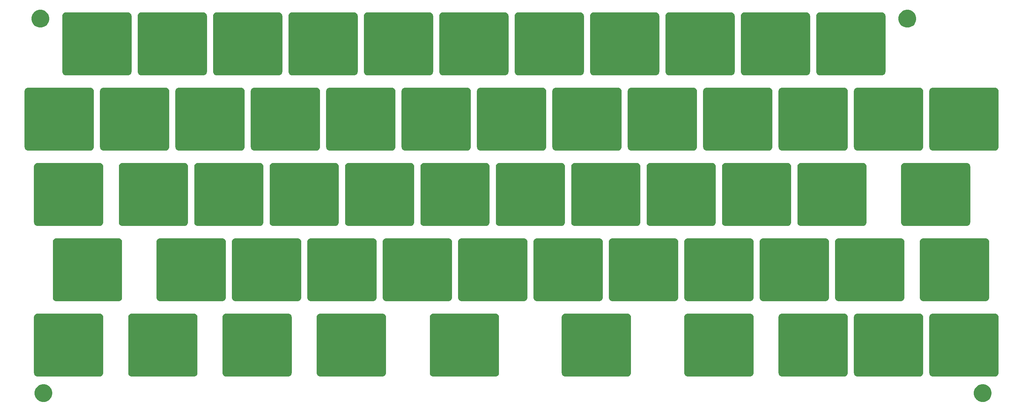
<source format=gbr>
G04 #@! TF.GenerationSoftware,KiCad,Pcbnew,(5.1.5-0-10_14)*
G04 #@! TF.CreationDate,2020-08-31T10:02:03-05:00*
G04 #@! TF.ProjectId,SithZhuyin40,53697468-5a68-4757-9969-6e34302e6b69,rev?*
G04 #@! TF.SameCoordinates,Original*
G04 #@! TF.FileFunction,Soldermask,Bot*
G04 #@! TF.FilePolarity,Negative*
%FSLAX46Y46*%
G04 Gerber Fmt 4.6, Leading zero omitted, Abs format (unit mm)*
G04 Created by KiCad (PCBNEW (5.1.5-0-10_14)) date 2020-08-31 10:02:03*
%MOMM*%
%LPD*%
G04 APERTURE LIST*
%ADD10C,0.100000*%
G04 APERTURE END LIST*
D10*
G36*
X275707130Y-140888776D02*
G01*
X276087843Y-140964504D01*
X276497499Y-141134189D01*
X276866179Y-141380534D01*
X277179716Y-141694071D01*
X277426061Y-142062751D01*
X277595746Y-142472407D01*
X277682250Y-142907296D01*
X277682250Y-143350704D01*
X277595746Y-143785593D01*
X277426061Y-144195249D01*
X277179716Y-144563929D01*
X276866179Y-144877466D01*
X276497499Y-145123811D01*
X276087843Y-145293496D01*
X275707130Y-145369224D01*
X275652955Y-145380000D01*
X275209545Y-145380000D01*
X275155370Y-145369224D01*
X274774657Y-145293496D01*
X274365001Y-145123811D01*
X273996321Y-144877466D01*
X273682784Y-144563929D01*
X273436439Y-144195249D01*
X273266754Y-143785593D01*
X273180250Y-143350704D01*
X273180250Y-142907296D01*
X273266754Y-142472407D01*
X273436439Y-142062751D01*
X273682784Y-141694071D01*
X273996321Y-141380534D01*
X274365001Y-141134189D01*
X274774657Y-140964504D01*
X275155370Y-140888776D01*
X275209545Y-140878000D01*
X275652955Y-140878000D01*
X275707130Y-140888776D01*
G37*
G36*
X38375880Y-140888776D02*
G01*
X38756593Y-140964504D01*
X39166249Y-141134189D01*
X39534929Y-141380534D01*
X39848466Y-141694071D01*
X40094811Y-142062751D01*
X40264496Y-142472407D01*
X40351000Y-142907296D01*
X40351000Y-143350704D01*
X40264496Y-143785593D01*
X40094811Y-144195249D01*
X39848466Y-144563929D01*
X39534929Y-144877466D01*
X39166249Y-145123811D01*
X38756593Y-145293496D01*
X38375880Y-145369224D01*
X38321705Y-145380000D01*
X37878295Y-145380000D01*
X37824120Y-145369224D01*
X37443407Y-145293496D01*
X37033751Y-145123811D01*
X36665071Y-144877466D01*
X36351534Y-144563929D01*
X36105189Y-144195249D01*
X35935504Y-143785593D01*
X35849000Y-143350704D01*
X35849000Y-142907296D01*
X35935504Y-142472407D01*
X36105189Y-142062751D01*
X36351534Y-141694071D01*
X36665071Y-141380534D01*
X37033751Y-141134189D01*
X37443407Y-140964504D01*
X37824120Y-140888776D01*
X37878295Y-140878000D01*
X38321705Y-140878000D01*
X38375880Y-140888776D01*
G37*
G36*
X52482437Y-123035493D02*
G01*
X52649769Y-123086253D01*
X52803975Y-123168678D01*
X52939143Y-123279607D01*
X53050072Y-123414775D01*
X53132497Y-123568981D01*
X53183257Y-123736313D01*
X53201000Y-123916466D01*
X53201000Y-138021034D01*
X53183257Y-138201187D01*
X53132497Y-138368519D01*
X53050072Y-138522725D01*
X52939143Y-138657893D01*
X52803975Y-138768822D01*
X52649769Y-138851247D01*
X52482437Y-138902007D01*
X52302284Y-138919750D01*
X36597716Y-138919750D01*
X36417563Y-138902007D01*
X36250231Y-138851247D01*
X36096025Y-138768822D01*
X35960857Y-138657893D01*
X35849928Y-138522725D01*
X35767503Y-138368519D01*
X35716743Y-138201187D01*
X35699000Y-138021034D01*
X35699000Y-123916466D01*
X35716743Y-123736313D01*
X35767503Y-123568981D01*
X35849928Y-123414775D01*
X35960857Y-123279607D01*
X36096025Y-123168678D01*
X36250231Y-123086253D01*
X36417563Y-123035493D01*
X36597716Y-123017750D01*
X52302284Y-123017750D01*
X52482437Y-123035493D01*
G37*
G36*
X278701187Y-123035493D02*
G01*
X278868519Y-123086253D01*
X279022725Y-123168678D01*
X279157893Y-123279607D01*
X279268822Y-123414775D01*
X279351247Y-123568981D01*
X279402007Y-123736313D01*
X279419750Y-123916466D01*
X279419750Y-138021034D01*
X279402007Y-138201187D01*
X279351247Y-138368519D01*
X279268822Y-138522725D01*
X279157893Y-138657893D01*
X279022725Y-138768822D01*
X278868519Y-138851247D01*
X278701187Y-138902007D01*
X278521034Y-138919750D01*
X262816466Y-138919750D01*
X262636313Y-138902007D01*
X262468981Y-138851247D01*
X262314775Y-138768822D01*
X262179607Y-138657893D01*
X262068678Y-138522725D01*
X261986253Y-138368519D01*
X261935493Y-138201187D01*
X261917750Y-138021034D01*
X261917750Y-123916466D01*
X261935493Y-123736313D01*
X261986253Y-123568981D01*
X262068678Y-123414775D01*
X262179607Y-123279607D01*
X262314775Y-123168678D01*
X262468981Y-123086253D01*
X262636313Y-123035493D01*
X262816466Y-123017750D01*
X278521034Y-123017750D01*
X278701187Y-123035493D01*
G37*
G36*
X76294937Y-123035493D02*
G01*
X76462269Y-123086253D01*
X76616475Y-123168678D01*
X76751643Y-123279607D01*
X76862572Y-123414775D01*
X76944997Y-123568981D01*
X76995757Y-123736313D01*
X77013500Y-123916466D01*
X77013500Y-138021034D01*
X76995757Y-138201187D01*
X76944997Y-138368519D01*
X76862572Y-138522725D01*
X76751643Y-138657893D01*
X76616475Y-138768822D01*
X76462269Y-138851247D01*
X76294937Y-138902007D01*
X76114784Y-138919750D01*
X60410216Y-138919750D01*
X60230063Y-138902007D01*
X60062731Y-138851247D01*
X59908525Y-138768822D01*
X59773357Y-138657893D01*
X59662428Y-138522725D01*
X59580003Y-138368519D01*
X59529243Y-138201187D01*
X59511500Y-138021034D01*
X59511500Y-123916466D01*
X59529243Y-123736313D01*
X59580003Y-123568981D01*
X59662428Y-123414775D01*
X59773357Y-123279607D01*
X59908525Y-123168678D01*
X60062731Y-123086253D01*
X60230063Y-123035493D01*
X60410216Y-123017750D01*
X76114784Y-123017750D01*
X76294937Y-123035493D01*
G37*
G36*
X100107437Y-123035493D02*
G01*
X100274769Y-123086253D01*
X100428975Y-123168678D01*
X100564143Y-123279607D01*
X100675072Y-123414775D01*
X100757497Y-123568981D01*
X100808257Y-123736313D01*
X100826000Y-123916466D01*
X100826000Y-138021034D01*
X100808257Y-138201187D01*
X100757497Y-138368519D01*
X100675072Y-138522725D01*
X100564143Y-138657893D01*
X100428975Y-138768822D01*
X100274769Y-138851247D01*
X100107437Y-138902007D01*
X99927284Y-138919750D01*
X84222716Y-138919750D01*
X84042563Y-138902007D01*
X83875231Y-138851247D01*
X83721025Y-138768822D01*
X83585857Y-138657893D01*
X83474928Y-138522725D01*
X83392503Y-138368519D01*
X83341743Y-138201187D01*
X83324000Y-138021034D01*
X83324000Y-123916466D01*
X83341743Y-123736313D01*
X83392503Y-123568981D01*
X83474928Y-123414775D01*
X83585857Y-123279607D01*
X83721025Y-123168678D01*
X83875231Y-123086253D01*
X84042563Y-123035493D01*
X84222716Y-123017750D01*
X99927284Y-123017750D01*
X100107437Y-123035493D01*
G37*
G36*
X123919937Y-123035493D02*
G01*
X124087269Y-123086253D01*
X124241475Y-123168678D01*
X124376643Y-123279607D01*
X124487572Y-123414775D01*
X124569997Y-123568981D01*
X124620757Y-123736313D01*
X124638500Y-123916466D01*
X124638500Y-138021034D01*
X124620757Y-138201187D01*
X124569997Y-138368519D01*
X124487572Y-138522725D01*
X124376643Y-138657893D01*
X124241475Y-138768822D01*
X124087269Y-138851247D01*
X123919937Y-138902007D01*
X123739784Y-138919750D01*
X108035216Y-138919750D01*
X107855063Y-138902007D01*
X107687731Y-138851247D01*
X107533525Y-138768822D01*
X107398357Y-138657893D01*
X107287428Y-138522725D01*
X107205003Y-138368519D01*
X107154243Y-138201187D01*
X107136500Y-138021034D01*
X107136500Y-123916466D01*
X107154243Y-123736313D01*
X107205003Y-123568981D01*
X107287428Y-123414775D01*
X107398357Y-123279607D01*
X107533525Y-123168678D01*
X107687731Y-123086253D01*
X107855063Y-123035493D01*
X108035216Y-123017750D01*
X123739784Y-123017750D01*
X123919937Y-123035493D01*
G37*
G36*
X152494937Y-123035493D02*
G01*
X152662269Y-123086253D01*
X152816475Y-123168678D01*
X152951643Y-123279607D01*
X153062572Y-123414775D01*
X153144997Y-123568981D01*
X153195757Y-123736313D01*
X153213500Y-123916466D01*
X153213500Y-138021034D01*
X153195757Y-138201187D01*
X153144997Y-138368519D01*
X153062572Y-138522725D01*
X152951643Y-138657893D01*
X152816475Y-138768822D01*
X152662269Y-138851247D01*
X152494937Y-138902007D01*
X152314784Y-138919750D01*
X136610216Y-138919750D01*
X136430063Y-138902007D01*
X136262731Y-138851247D01*
X136108525Y-138768822D01*
X135973357Y-138657893D01*
X135862428Y-138522725D01*
X135780003Y-138368519D01*
X135729243Y-138201187D01*
X135711500Y-138021034D01*
X135711500Y-123916466D01*
X135729243Y-123736313D01*
X135780003Y-123568981D01*
X135862428Y-123414775D01*
X135973357Y-123279607D01*
X136108525Y-123168678D01*
X136262731Y-123086253D01*
X136430063Y-123035493D01*
X136610216Y-123017750D01*
X152314784Y-123017750D01*
X152494937Y-123035493D01*
G37*
G36*
X185832437Y-123035493D02*
G01*
X185999769Y-123086253D01*
X186153975Y-123168678D01*
X186289143Y-123279607D01*
X186400072Y-123414775D01*
X186482497Y-123568981D01*
X186533257Y-123736313D01*
X186551000Y-123916466D01*
X186551000Y-138021034D01*
X186533257Y-138201187D01*
X186482497Y-138368519D01*
X186400072Y-138522725D01*
X186289143Y-138657893D01*
X186153975Y-138768822D01*
X185999769Y-138851247D01*
X185832437Y-138902007D01*
X185652284Y-138919750D01*
X169947716Y-138919750D01*
X169767563Y-138902007D01*
X169600231Y-138851247D01*
X169446025Y-138768822D01*
X169310857Y-138657893D01*
X169199928Y-138522725D01*
X169117503Y-138368519D01*
X169066743Y-138201187D01*
X169049000Y-138021034D01*
X169049000Y-123916466D01*
X169066743Y-123736313D01*
X169117503Y-123568981D01*
X169199928Y-123414775D01*
X169310857Y-123279607D01*
X169446025Y-123168678D01*
X169600231Y-123086253D01*
X169767563Y-123035493D01*
X169947716Y-123017750D01*
X185652284Y-123017750D01*
X185832437Y-123035493D01*
G37*
G36*
X216788687Y-123035493D02*
G01*
X216956019Y-123086253D01*
X217110225Y-123168678D01*
X217245393Y-123279607D01*
X217356322Y-123414775D01*
X217438747Y-123568981D01*
X217489507Y-123736313D01*
X217507250Y-123916466D01*
X217507250Y-138021034D01*
X217489507Y-138201187D01*
X217438747Y-138368519D01*
X217356322Y-138522725D01*
X217245393Y-138657893D01*
X217110225Y-138768822D01*
X216956019Y-138851247D01*
X216788687Y-138902007D01*
X216608534Y-138919750D01*
X200903966Y-138919750D01*
X200723813Y-138902007D01*
X200556481Y-138851247D01*
X200402275Y-138768822D01*
X200267107Y-138657893D01*
X200156178Y-138522725D01*
X200073753Y-138368519D01*
X200022993Y-138201187D01*
X200005250Y-138021034D01*
X200005250Y-123916466D01*
X200022993Y-123736313D01*
X200073753Y-123568981D01*
X200156178Y-123414775D01*
X200267107Y-123279607D01*
X200402275Y-123168678D01*
X200556481Y-123086253D01*
X200723813Y-123035493D01*
X200903966Y-123017750D01*
X216608534Y-123017750D01*
X216788687Y-123035493D01*
G37*
G36*
X240601187Y-123035493D02*
G01*
X240768519Y-123086253D01*
X240922725Y-123168678D01*
X241057893Y-123279607D01*
X241168822Y-123414775D01*
X241251247Y-123568981D01*
X241302007Y-123736313D01*
X241319750Y-123916466D01*
X241319750Y-138021034D01*
X241302007Y-138201187D01*
X241251247Y-138368519D01*
X241168822Y-138522725D01*
X241057893Y-138657893D01*
X240922725Y-138768822D01*
X240768519Y-138851247D01*
X240601187Y-138902007D01*
X240421034Y-138919750D01*
X224716466Y-138919750D01*
X224536313Y-138902007D01*
X224368981Y-138851247D01*
X224214775Y-138768822D01*
X224079607Y-138657893D01*
X223968678Y-138522725D01*
X223886253Y-138368519D01*
X223835493Y-138201187D01*
X223817750Y-138021034D01*
X223817750Y-123916466D01*
X223835493Y-123736313D01*
X223886253Y-123568981D01*
X223968678Y-123414775D01*
X224079607Y-123279607D01*
X224214775Y-123168678D01*
X224368981Y-123086253D01*
X224536313Y-123035493D01*
X224716466Y-123017750D01*
X240421034Y-123017750D01*
X240601187Y-123035493D01*
G37*
G36*
X259651187Y-123035493D02*
G01*
X259818519Y-123086253D01*
X259972725Y-123168678D01*
X260107893Y-123279607D01*
X260218822Y-123414775D01*
X260301247Y-123568981D01*
X260352007Y-123736313D01*
X260369750Y-123916466D01*
X260369750Y-138021034D01*
X260352007Y-138201187D01*
X260301247Y-138368519D01*
X260218822Y-138522725D01*
X260107893Y-138657893D01*
X259972725Y-138768822D01*
X259818519Y-138851247D01*
X259651187Y-138902007D01*
X259471034Y-138919750D01*
X243766466Y-138919750D01*
X243586313Y-138902007D01*
X243418981Y-138851247D01*
X243264775Y-138768822D01*
X243129607Y-138657893D01*
X243018678Y-138522725D01*
X242936253Y-138368519D01*
X242885493Y-138201187D01*
X242867750Y-138021034D01*
X242867750Y-123916466D01*
X242885493Y-123736313D01*
X242936253Y-123568981D01*
X243018678Y-123414775D01*
X243129607Y-123279607D01*
X243264775Y-123168678D01*
X243418981Y-123086253D01*
X243586313Y-123035493D01*
X243766466Y-123017750D01*
X259471034Y-123017750D01*
X259651187Y-123035493D01*
G37*
G36*
X102488687Y-103985493D02*
G01*
X102656019Y-104036253D01*
X102810225Y-104118678D01*
X102945393Y-104229607D01*
X103056322Y-104364775D01*
X103138747Y-104518981D01*
X103189507Y-104686313D01*
X103207250Y-104866466D01*
X103207250Y-118971034D01*
X103189507Y-119151187D01*
X103138747Y-119318519D01*
X103056322Y-119472725D01*
X102945393Y-119607893D01*
X102810225Y-119718822D01*
X102656019Y-119801247D01*
X102488687Y-119852007D01*
X102308534Y-119869750D01*
X86603966Y-119869750D01*
X86423813Y-119852007D01*
X86256481Y-119801247D01*
X86102275Y-119718822D01*
X85967107Y-119607893D01*
X85856178Y-119472725D01*
X85773753Y-119318519D01*
X85722993Y-119151187D01*
X85705250Y-118971034D01*
X85705250Y-104866466D01*
X85722993Y-104686313D01*
X85773753Y-104518981D01*
X85856178Y-104364775D01*
X85967107Y-104229607D01*
X86102275Y-104118678D01*
X86256481Y-104036253D01*
X86423813Y-103985493D01*
X86603966Y-103967750D01*
X102308534Y-103967750D01*
X102488687Y-103985493D01*
G37*
G36*
X254888687Y-103985493D02*
G01*
X255056019Y-104036253D01*
X255210225Y-104118678D01*
X255345393Y-104229607D01*
X255456322Y-104364775D01*
X255538747Y-104518981D01*
X255589507Y-104686313D01*
X255607250Y-104866466D01*
X255607250Y-118971034D01*
X255589507Y-119151187D01*
X255538747Y-119318519D01*
X255456322Y-119472725D01*
X255345393Y-119607893D01*
X255210225Y-119718822D01*
X255056019Y-119801247D01*
X254888687Y-119852007D01*
X254708534Y-119869750D01*
X239003966Y-119869750D01*
X238823813Y-119852007D01*
X238656481Y-119801247D01*
X238502275Y-119718822D01*
X238367107Y-119607893D01*
X238256178Y-119472725D01*
X238173753Y-119318519D01*
X238122993Y-119151187D01*
X238105250Y-118971034D01*
X238105250Y-104866466D01*
X238122993Y-104686313D01*
X238173753Y-104518981D01*
X238256178Y-104364775D01*
X238367107Y-104229607D01*
X238502275Y-104118678D01*
X238656481Y-104036253D01*
X238823813Y-103985493D01*
X239003966Y-103967750D01*
X254708534Y-103967750D01*
X254888687Y-103985493D01*
G37*
G36*
X121538687Y-103985493D02*
G01*
X121706019Y-104036253D01*
X121860225Y-104118678D01*
X121995393Y-104229607D01*
X122106322Y-104364775D01*
X122188747Y-104518981D01*
X122239507Y-104686313D01*
X122257250Y-104866466D01*
X122257250Y-118971034D01*
X122239507Y-119151187D01*
X122188747Y-119318519D01*
X122106322Y-119472725D01*
X121995393Y-119607893D01*
X121860225Y-119718822D01*
X121706019Y-119801247D01*
X121538687Y-119852007D01*
X121358534Y-119869750D01*
X105653966Y-119869750D01*
X105473813Y-119852007D01*
X105306481Y-119801247D01*
X105152275Y-119718822D01*
X105017107Y-119607893D01*
X104906178Y-119472725D01*
X104823753Y-119318519D01*
X104772993Y-119151187D01*
X104755250Y-118971034D01*
X104755250Y-104866466D01*
X104772993Y-104686313D01*
X104823753Y-104518981D01*
X104906178Y-104364775D01*
X105017107Y-104229607D01*
X105152275Y-104118678D01*
X105306481Y-104036253D01*
X105473813Y-103985493D01*
X105653966Y-103967750D01*
X121358534Y-103967750D01*
X121538687Y-103985493D01*
G37*
G36*
X235838687Y-103985493D02*
G01*
X236006019Y-104036253D01*
X236160225Y-104118678D01*
X236295393Y-104229607D01*
X236406322Y-104364775D01*
X236488747Y-104518981D01*
X236539507Y-104686313D01*
X236557250Y-104866466D01*
X236557250Y-118971034D01*
X236539507Y-119151187D01*
X236488747Y-119318519D01*
X236406322Y-119472725D01*
X236295393Y-119607893D01*
X236160225Y-119718822D01*
X236006019Y-119801247D01*
X235838687Y-119852007D01*
X235658534Y-119869750D01*
X219953966Y-119869750D01*
X219773813Y-119852007D01*
X219606481Y-119801247D01*
X219452275Y-119718822D01*
X219317107Y-119607893D01*
X219206178Y-119472725D01*
X219123753Y-119318519D01*
X219072993Y-119151187D01*
X219055250Y-118971034D01*
X219055250Y-104866466D01*
X219072993Y-104686313D01*
X219123753Y-104518981D01*
X219206178Y-104364775D01*
X219317107Y-104229607D01*
X219452275Y-104118678D01*
X219606481Y-104036253D01*
X219773813Y-103985493D01*
X219953966Y-103967750D01*
X235658534Y-103967750D01*
X235838687Y-103985493D01*
G37*
G36*
X216788687Y-103985493D02*
G01*
X216956019Y-104036253D01*
X217110225Y-104118678D01*
X217245393Y-104229607D01*
X217356322Y-104364775D01*
X217438747Y-104518981D01*
X217489507Y-104686313D01*
X217507250Y-104866466D01*
X217507250Y-118971034D01*
X217489507Y-119151187D01*
X217438747Y-119318519D01*
X217356322Y-119472725D01*
X217245393Y-119607893D01*
X217110225Y-119718822D01*
X216956019Y-119801247D01*
X216788687Y-119852007D01*
X216608534Y-119869750D01*
X200903966Y-119869750D01*
X200723813Y-119852007D01*
X200556481Y-119801247D01*
X200402275Y-119718822D01*
X200267107Y-119607893D01*
X200156178Y-119472725D01*
X200073753Y-119318519D01*
X200022993Y-119151187D01*
X200005250Y-118971034D01*
X200005250Y-104866466D01*
X200022993Y-104686313D01*
X200073753Y-104518981D01*
X200156178Y-104364775D01*
X200267107Y-104229607D01*
X200402275Y-104118678D01*
X200556481Y-104036253D01*
X200723813Y-103985493D01*
X200903966Y-103967750D01*
X216608534Y-103967750D01*
X216788687Y-103985493D01*
G37*
G36*
X197738687Y-103985493D02*
G01*
X197906019Y-104036253D01*
X198060225Y-104118678D01*
X198195393Y-104229607D01*
X198306322Y-104364775D01*
X198388747Y-104518981D01*
X198439507Y-104686313D01*
X198457250Y-104866466D01*
X198457250Y-118971034D01*
X198439507Y-119151187D01*
X198388747Y-119318519D01*
X198306322Y-119472725D01*
X198195393Y-119607893D01*
X198060225Y-119718822D01*
X197906019Y-119801247D01*
X197738687Y-119852007D01*
X197558534Y-119869750D01*
X181853966Y-119869750D01*
X181673813Y-119852007D01*
X181506481Y-119801247D01*
X181352275Y-119718822D01*
X181217107Y-119607893D01*
X181106178Y-119472725D01*
X181023753Y-119318519D01*
X180972993Y-119151187D01*
X180955250Y-118971034D01*
X180955250Y-104866466D01*
X180972993Y-104686313D01*
X181023753Y-104518981D01*
X181106178Y-104364775D01*
X181217107Y-104229607D01*
X181352275Y-104118678D01*
X181506481Y-104036253D01*
X181673813Y-103985493D01*
X181853966Y-103967750D01*
X197558534Y-103967750D01*
X197738687Y-103985493D01*
G37*
G36*
X178688687Y-103985493D02*
G01*
X178856019Y-104036253D01*
X179010225Y-104118678D01*
X179145393Y-104229607D01*
X179256322Y-104364775D01*
X179338747Y-104518981D01*
X179389507Y-104686313D01*
X179407250Y-104866466D01*
X179407250Y-118971034D01*
X179389507Y-119151187D01*
X179338747Y-119318519D01*
X179256322Y-119472725D01*
X179145393Y-119607893D01*
X179010225Y-119718822D01*
X178856019Y-119801247D01*
X178688687Y-119852007D01*
X178508534Y-119869750D01*
X162803966Y-119869750D01*
X162623813Y-119852007D01*
X162456481Y-119801247D01*
X162302275Y-119718822D01*
X162167107Y-119607893D01*
X162056178Y-119472725D01*
X161973753Y-119318519D01*
X161922993Y-119151187D01*
X161905250Y-118971034D01*
X161905250Y-104866466D01*
X161922993Y-104686313D01*
X161973753Y-104518981D01*
X162056178Y-104364775D01*
X162167107Y-104229607D01*
X162302275Y-104118678D01*
X162456481Y-104036253D01*
X162623813Y-103985493D01*
X162803966Y-103967750D01*
X178508534Y-103967750D01*
X178688687Y-103985493D01*
G37*
G36*
X159638687Y-103985493D02*
G01*
X159806019Y-104036253D01*
X159960225Y-104118678D01*
X160095393Y-104229607D01*
X160206322Y-104364775D01*
X160288747Y-104518981D01*
X160339507Y-104686313D01*
X160357250Y-104866466D01*
X160357250Y-118971034D01*
X160339507Y-119151187D01*
X160288747Y-119318519D01*
X160206322Y-119472725D01*
X160095393Y-119607893D01*
X159960225Y-119718822D01*
X159806019Y-119801247D01*
X159638687Y-119852007D01*
X159458534Y-119869750D01*
X143753966Y-119869750D01*
X143573813Y-119852007D01*
X143406481Y-119801247D01*
X143252275Y-119718822D01*
X143117107Y-119607893D01*
X143006178Y-119472725D01*
X142923753Y-119318519D01*
X142872993Y-119151187D01*
X142855250Y-118971034D01*
X142855250Y-104866466D01*
X142872993Y-104686313D01*
X142923753Y-104518981D01*
X143006178Y-104364775D01*
X143117107Y-104229607D01*
X143252275Y-104118678D01*
X143406481Y-104036253D01*
X143573813Y-103985493D01*
X143753966Y-103967750D01*
X159458534Y-103967750D01*
X159638687Y-103985493D01*
G37*
G36*
X140588687Y-103985493D02*
G01*
X140756019Y-104036253D01*
X140910225Y-104118678D01*
X141045393Y-104229607D01*
X141156322Y-104364775D01*
X141238747Y-104518981D01*
X141289507Y-104686313D01*
X141307250Y-104866466D01*
X141307250Y-118971034D01*
X141289507Y-119151187D01*
X141238747Y-119318519D01*
X141156322Y-119472725D01*
X141045393Y-119607893D01*
X140910225Y-119718822D01*
X140756019Y-119801247D01*
X140588687Y-119852007D01*
X140408534Y-119869750D01*
X124703966Y-119869750D01*
X124523813Y-119852007D01*
X124356481Y-119801247D01*
X124202275Y-119718822D01*
X124067107Y-119607893D01*
X123956178Y-119472725D01*
X123873753Y-119318519D01*
X123822993Y-119151187D01*
X123805250Y-118971034D01*
X123805250Y-104866466D01*
X123822993Y-104686313D01*
X123873753Y-104518981D01*
X123956178Y-104364775D01*
X124067107Y-104229607D01*
X124202275Y-104118678D01*
X124356481Y-104036253D01*
X124523813Y-103985493D01*
X124703966Y-103967750D01*
X140408534Y-103967750D01*
X140588687Y-103985493D01*
G37*
G36*
X57244937Y-103985493D02*
G01*
X57412269Y-104036253D01*
X57566475Y-104118678D01*
X57701643Y-104229607D01*
X57812572Y-104364775D01*
X57894997Y-104518981D01*
X57945757Y-104686313D01*
X57963500Y-104866466D01*
X57963500Y-118971034D01*
X57945757Y-119151187D01*
X57894997Y-119318519D01*
X57812572Y-119472725D01*
X57701643Y-119607893D01*
X57566475Y-119718822D01*
X57412269Y-119801247D01*
X57244937Y-119852007D01*
X57064784Y-119869750D01*
X41360216Y-119869750D01*
X41180063Y-119852007D01*
X41012731Y-119801247D01*
X40858525Y-119718822D01*
X40723357Y-119607893D01*
X40612428Y-119472725D01*
X40530003Y-119318519D01*
X40479243Y-119151187D01*
X40461500Y-118971034D01*
X40461500Y-104866466D01*
X40479243Y-104686313D01*
X40530003Y-104518981D01*
X40612428Y-104364775D01*
X40723357Y-104229607D01*
X40858525Y-104118678D01*
X41012731Y-104036253D01*
X41180063Y-103985493D01*
X41360216Y-103967750D01*
X57064784Y-103967750D01*
X57244937Y-103985493D01*
G37*
G36*
X83438687Y-103985493D02*
G01*
X83606019Y-104036253D01*
X83760225Y-104118678D01*
X83895393Y-104229607D01*
X84006322Y-104364775D01*
X84088747Y-104518981D01*
X84139507Y-104686313D01*
X84157250Y-104866466D01*
X84157250Y-118971034D01*
X84139507Y-119151187D01*
X84088747Y-119318519D01*
X84006322Y-119472725D01*
X83895393Y-119607893D01*
X83760225Y-119718822D01*
X83606019Y-119801247D01*
X83438687Y-119852007D01*
X83258534Y-119869750D01*
X67553966Y-119869750D01*
X67373813Y-119852007D01*
X67206481Y-119801247D01*
X67052275Y-119718822D01*
X66917107Y-119607893D01*
X66806178Y-119472725D01*
X66723753Y-119318519D01*
X66672993Y-119151187D01*
X66655250Y-118971034D01*
X66655250Y-104866466D01*
X66672993Y-104686313D01*
X66723753Y-104518981D01*
X66806178Y-104364775D01*
X66917107Y-104229607D01*
X67052275Y-104118678D01*
X67206481Y-104036253D01*
X67373813Y-103985493D01*
X67553966Y-103967750D01*
X83258534Y-103967750D01*
X83438687Y-103985493D01*
G37*
G36*
X276319937Y-103985493D02*
G01*
X276487269Y-104036253D01*
X276641475Y-104118678D01*
X276776643Y-104229607D01*
X276887572Y-104364775D01*
X276969997Y-104518981D01*
X277020757Y-104686313D01*
X277038500Y-104866466D01*
X277038500Y-118971034D01*
X277020757Y-119151187D01*
X276969997Y-119318519D01*
X276887572Y-119472725D01*
X276776643Y-119607893D01*
X276641475Y-119718822D01*
X276487269Y-119801247D01*
X276319937Y-119852007D01*
X276139784Y-119869750D01*
X260435216Y-119869750D01*
X260255063Y-119852007D01*
X260087731Y-119801247D01*
X259933525Y-119718822D01*
X259798357Y-119607893D01*
X259687428Y-119472725D01*
X259605003Y-119318519D01*
X259554243Y-119151187D01*
X259536500Y-118971034D01*
X259536500Y-104866466D01*
X259554243Y-104686313D01*
X259605003Y-104518981D01*
X259687428Y-104364775D01*
X259798357Y-104229607D01*
X259933525Y-104118678D01*
X260087731Y-104036253D01*
X260255063Y-103985493D01*
X260435216Y-103967750D01*
X276139784Y-103967750D01*
X276319937Y-103985493D01*
G37*
G36*
X271557437Y-84935493D02*
G01*
X271724769Y-84986253D01*
X271878975Y-85068678D01*
X272014143Y-85179607D01*
X272125072Y-85314775D01*
X272207497Y-85468981D01*
X272258257Y-85636313D01*
X272276000Y-85816466D01*
X272276000Y-99921034D01*
X272258257Y-100101187D01*
X272207497Y-100268519D01*
X272125072Y-100422725D01*
X272014143Y-100557893D01*
X271878975Y-100668822D01*
X271724769Y-100751247D01*
X271557437Y-100802007D01*
X271377284Y-100819750D01*
X255672716Y-100819750D01*
X255492563Y-100802007D01*
X255325231Y-100751247D01*
X255171025Y-100668822D01*
X255035857Y-100557893D01*
X254924928Y-100422725D01*
X254842503Y-100268519D01*
X254791743Y-100101187D01*
X254774000Y-99921034D01*
X254774000Y-85816466D01*
X254791743Y-85636313D01*
X254842503Y-85468981D01*
X254924928Y-85314775D01*
X255035857Y-85179607D01*
X255171025Y-85068678D01*
X255325231Y-84986253D01*
X255492563Y-84935493D01*
X255672716Y-84917750D01*
X271377284Y-84917750D01*
X271557437Y-84935493D01*
G37*
G36*
X245363687Y-84935493D02*
G01*
X245531019Y-84986253D01*
X245685225Y-85068678D01*
X245820393Y-85179607D01*
X245931322Y-85314775D01*
X246013747Y-85468981D01*
X246064507Y-85636313D01*
X246082250Y-85816466D01*
X246082250Y-99921034D01*
X246064507Y-100101187D01*
X246013747Y-100268519D01*
X245931322Y-100422725D01*
X245820393Y-100557893D01*
X245685225Y-100668822D01*
X245531019Y-100751247D01*
X245363687Y-100802007D01*
X245183534Y-100819750D01*
X229478966Y-100819750D01*
X229298813Y-100802007D01*
X229131481Y-100751247D01*
X228977275Y-100668822D01*
X228842107Y-100557893D01*
X228731178Y-100422725D01*
X228648753Y-100268519D01*
X228597993Y-100101187D01*
X228580250Y-99921034D01*
X228580250Y-85816466D01*
X228597993Y-85636313D01*
X228648753Y-85468981D01*
X228731178Y-85314775D01*
X228842107Y-85179607D01*
X228977275Y-85068678D01*
X229131481Y-84986253D01*
X229298813Y-84935493D01*
X229478966Y-84917750D01*
X245183534Y-84917750D01*
X245363687Y-84935493D01*
G37*
G36*
X226313687Y-84935493D02*
G01*
X226481019Y-84986253D01*
X226635225Y-85068678D01*
X226770393Y-85179607D01*
X226881322Y-85314775D01*
X226963747Y-85468981D01*
X227014507Y-85636313D01*
X227032250Y-85816466D01*
X227032250Y-99921034D01*
X227014507Y-100101187D01*
X226963747Y-100268519D01*
X226881322Y-100422725D01*
X226770393Y-100557893D01*
X226635225Y-100668822D01*
X226481019Y-100751247D01*
X226313687Y-100802007D01*
X226133534Y-100819750D01*
X210428966Y-100819750D01*
X210248813Y-100802007D01*
X210081481Y-100751247D01*
X209927275Y-100668822D01*
X209792107Y-100557893D01*
X209681178Y-100422725D01*
X209598753Y-100268519D01*
X209547993Y-100101187D01*
X209530250Y-99921034D01*
X209530250Y-85816466D01*
X209547993Y-85636313D01*
X209598753Y-85468981D01*
X209681178Y-85314775D01*
X209792107Y-85179607D01*
X209927275Y-85068678D01*
X210081481Y-84986253D01*
X210248813Y-84935493D01*
X210428966Y-84917750D01*
X226133534Y-84917750D01*
X226313687Y-84935493D01*
G37*
G36*
X207263687Y-84935493D02*
G01*
X207431019Y-84986253D01*
X207585225Y-85068678D01*
X207720393Y-85179607D01*
X207831322Y-85314775D01*
X207913747Y-85468981D01*
X207964507Y-85636313D01*
X207982250Y-85816466D01*
X207982250Y-99921034D01*
X207964507Y-100101187D01*
X207913747Y-100268519D01*
X207831322Y-100422725D01*
X207720393Y-100557893D01*
X207585225Y-100668822D01*
X207431019Y-100751247D01*
X207263687Y-100802007D01*
X207083534Y-100819750D01*
X191378966Y-100819750D01*
X191198813Y-100802007D01*
X191031481Y-100751247D01*
X190877275Y-100668822D01*
X190742107Y-100557893D01*
X190631178Y-100422725D01*
X190548753Y-100268519D01*
X190497993Y-100101187D01*
X190480250Y-99921034D01*
X190480250Y-85816466D01*
X190497993Y-85636313D01*
X190548753Y-85468981D01*
X190631178Y-85314775D01*
X190742107Y-85179607D01*
X190877275Y-85068678D01*
X191031481Y-84986253D01*
X191198813Y-84935493D01*
X191378966Y-84917750D01*
X207083534Y-84917750D01*
X207263687Y-84935493D01*
G37*
G36*
X188213687Y-84935493D02*
G01*
X188381019Y-84986253D01*
X188535225Y-85068678D01*
X188670393Y-85179607D01*
X188781322Y-85314775D01*
X188863747Y-85468981D01*
X188914507Y-85636313D01*
X188932250Y-85816466D01*
X188932250Y-99921034D01*
X188914507Y-100101187D01*
X188863747Y-100268519D01*
X188781322Y-100422725D01*
X188670393Y-100557893D01*
X188535225Y-100668822D01*
X188381019Y-100751247D01*
X188213687Y-100802007D01*
X188033534Y-100819750D01*
X172328966Y-100819750D01*
X172148813Y-100802007D01*
X171981481Y-100751247D01*
X171827275Y-100668822D01*
X171692107Y-100557893D01*
X171581178Y-100422725D01*
X171498753Y-100268519D01*
X171447993Y-100101187D01*
X171430250Y-99921034D01*
X171430250Y-85816466D01*
X171447993Y-85636313D01*
X171498753Y-85468981D01*
X171581178Y-85314775D01*
X171692107Y-85179607D01*
X171827275Y-85068678D01*
X171981481Y-84986253D01*
X172148813Y-84935493D01*
X172328966Y-84917750D01*
X188033534Y-84917750D01*
X188213687Y-84935493D01*
G37*
G36*
X169163687Y-84935493D02*
G01*
X169331019Y-84986253D01*
X169485225Y-85068678D01*
X169620393Y-85179607D01*
X169731322Y-85314775D01*
X169813747Y-85468981D01*
X169864507Y-85636313D01*
X169882250Y-85816466D01*
X169882250Y-99921034D01*
X169864507Y-100101187D01*
X169813747Y-100268519D01*
X169731322Y-100422725D01*
X169620393Y-100557893D01*
X169485225Y-100668822D01*
X169331019Y-100751247D01*
X169163687Y-100802007D01*
X168983534Y-100819750D01*
X153278966Y-100819750D01*
X153098813Y-100802007D01*
X152931481Y-100751247D01*
X152777275Y-100668822D01*
X152642107Y-100557893D01*
X152531178Y-100422725D01*
X152448753Y-100268519D01*
X152397993Y-100101187D01*
X152380250Y-99921034D01*
X152380250Y-85816466D01*
X152397993Y-85636313D01*
X152448753Y-85468981D01*
X152531178Y-85314775D01*
X152642107Y-85179607D01*
X152777275Y-85068678D01*
X152931481Y-84986253D01*
X153098813Y-84935493D01*
X153278966Y-84917750D01*
X168983534Y-84917750D01*
X169163687Y-84935493D01*
G37*
G36*
X150113687Y-84935493D02*
G01*
X150281019Y-84986253D01*
X150435225Y-85068678D01*
X150570393Y-85179607D01*
X150681322Y-85314775D01*
X150763747Y-85468981D01*
X150814507Y-85636313D01*
X150832250Y-85816466D01*
X150832250Y-99921034D01*
X150814507Y-100101187D01*
X150763747Y-100268519D01*
X150681322Y-100422725D01*
X150570393Y-100557893D01*
X150435225Y-100668822D01*
X150281019Y-100751247D01*
X150113687Y-100802007D01*
X149933534Y-100819750D01*
X134228966Y-100819750D01*
X134048813Y-100802007D01*
X133881481Y-100751247D01*
X133727275Y-100668822D01*
X133592107Y-100557893D01*
X133481178Y-100422725D01*
X133398753Y-100268519D01*
X133347993Y-100101187D01*
X133330250Y-99921034D01*
X133330250Y-85816466D01*
X133347993Y-85636313D01*
X133398753Y-85468981D01*
X133481178Y-85314775D01*
X133592107Y-85179607D01*
X133727275Y-85068678D01*
X133881481Y-84986253D01*
X134048813Y-84935493D01*
X134228966Y-84917750D01*
X149933534Y-84917750D01*
X150113687Y-84935493D01*
G37*
G36*
X131063687Y-84935493D02*
G01*
X131231019Y-84986253D01*
X131385225Y-85068678D01*
X131520393Y-85179607D01*
X131631322Y-85314775D01*
X131713747Y-85468981D01*
X131764507Y-85636313D01*
X131782250Y-85816466D01*
X131782250Y-99921034D01*
X131764507Y-100101187D01*
X131713747Y-100268519D01*
X131631322Y-100422725D01*
X131520393Y-100557893D01*
X131385225Y-100668822D01*
X131231019Y-100751247D01*
X131063687Y-100802007D01*
X130883534Y-100819750D01*
X115178966Y-100819750D01*
X114998813Y-100802007D01*
X114831481Y-100751247D01*
X114677275Y-100668822D01*
X114542107Y-100557893D01*
X114431178Y-100422725D01*
X114348753Y-100268519D01*
X114297993Y-100101187D01*
X114280250Y-99921034D01*
X114280250Y-85816466D01*
X114297993Y-85636313D01*
X114348753Y-85468981D01*
X114431178Y-85314775D01*
X114542107Y-85179607D01*
X114677275Y-85068678D01*
X114831481Y-84986253D01*
X114998813Y-84935493D01*
X115178966Y-84917750D01*
X130883534Y-84917750D01*
X131063687Y-84935493D01*
G37*
G36*
X52482437Y-84935493D02*
G01*
X52649769Y-84986253D01*
X52803975Y-85068678D01*
X52939143Y-85179607D01*
X53050072Y-85314775D01*
X53132497Y-85468981D01*
X53183257Y-85636313D01*
X53201000Y-85816466D01*
X53201000Y-99921034D01*
X53183257Y-100101187D01*
X53132497Y-100268519D01*
X53050072Y-100422725D01*
X52939143Y-100557893D01*
X52803975Y-100668822D01*
X52649769Y-100751247D01*
X52482437Y-100802007D01*
X52302284Y-100819750D01*
X36597716Y-100819750D01*
X36417563Y-100802007D01*
X36250231Y-100751247D01*
X36096025Y-100668822D01*
X35960857Y-100557893D01*
X35849928Y-100422725D01*
X35767503Y-100268519D01*
X35716743Y-100101187D01*
X35699000Y-99921034D01*
X35699000Y-85816466D01*
X35716743Y-85636313D01*
X35767503Y-85468981D01*
X35849928Y-85314775D01*
X35960857Y-85179607D01*
X36096025Y-85068678D01*
X36250231Y-84986253D01*
X36417563Y-84935493D01*
X36597716Y-84917750D01*
X52302284Y-84917750D01*
X52482437Y-84935493D01*
G37*
G36*
X112013687Y-84935493D02*
G01*
X112181019Y-84986253D01*
X112335225Y-85068678D01*
X112470393Y-85179607D01*
X112581322Y-85314775D01*
X112663747Y-85468981D01*
X112714507Y-85636313D01*
X112732250Y-85816466D01*
X112732250Y-99921034D01*
X112714507Y-100101187D01*
X112663747Y-100268519D01*
X112581322Y-100422725D01*
X112470393Y-100557893D01*
X112335225Y-100668822D01*
X112181019Y-100751247D01*
X112013687Y-100802007D01*
X111833534Y-100819750D01*
X96128966Y-100819750D01*
X95948813Y-100802007D01*
X95781481Y-100751247D01*
X95627275Y-100668822D01*
X95492107Y-100557893D01*
X95381178Y-100422725D01*
X95298753Y-100268519D01*
X95247993Y-100101187D01*
X95230250Y-99921034D01*
X95230250Y-85816466D01*
X95247993Y-85636313D01*
X95298753Y-85468981D01*
X95381178Y-85314775D01*
X95492107Y-85179607D01*
X95627275Y-85068678D01*
X95781481Y-84986253D01*
X95948813Y-84935493D01*
X96128966Y-84917750D01*
X111833534Y-84917750D01*
X112013687Y-84935493D01*
G37*
G36*
X92963687Y-84935493D02*
G01*
X93131019Y-84986253D01*
X93285225Y-85068678D01*
X93420393Y-85179607D01*
X93531322Y-85314775D01*
X93613747Y-85468981D01*
X93664507Y-85636313D01*
X93682250Y-85816466D01*
X93682250Y-99921034D01*
X93664507Y-100101187D01*
X93613747Y-100268519D01*
X93531322Y-100422725D01*
X93420393Y-100557893D01*
X93285225Y-100668822D01*
X93131019Y-100751247D01*
X92963687Y-100802007D01*
X92783534Y-100819750D01*
X77078966Y-100819750D01*
X76898813Y-100802007D01*
X76731481Y-100751247D01*
X76577275Y-100668822D01*
X76442107Y-100557893D01*
X76331178Y-100422725D01*
X76248753Y-100268519D01*
X76197993Y-100101187D01*
X76180250Y-99921034D01*
X76180250Y-85816466D01*
X76197993Y-85636313D01*
X76248753Y-85468981D01*
X76331178Y-85314775D01*
X76442107Y-85179607D01*
X76577275Y-85068678D01*
X76731481Y-84986253D01*
X76898813Y-84935493D01*
X77078966Y-84917750D01*
X92783534Y-84917750D01*
X92963687Y-84935493D01*
G37*
G36*
X73913687Y-84935493D02*
G01*
X74081019Y-84986253D01*
X74235225Y-85068678D01*
X74370393Y-85179607D01*
X74481322Y-85314775D01*
X74563747Y-85468981D01*
X74614507Y-85636313D01*
X74632250Y-85816466D01*
X74632250Y-99921034D01*
X74614507Y-100101187D01*
X74563747Y-100268519D01*
X74481322Y-100422725D01*
X74370393Y-100557893D01*
X74235225Y-100668822D01*
X74081019Y-100751247D01*
X73913687Y-100802007D01*
X73733534Y-100819750D01*
X58028966Y-100819750D01*
X57848813Y-100802007D01*
X57681481Y-100751247D01*
X57527275Y-100668822D01*
X57392107Y-100557893D01*
X57281178Y-100422725D01*
X57198753Y-100268519D01*
X57147993Y-100101187D01*
X57130250Y-99921034D01*
X57130250Y-85816466D01*
X57147993Y-85636313D01*
X57198753Y-85468981D01*
X57281178Y-85314775D01*
X57392107Y-85179607D01*
X57527275Y-85068678D01*
X57681481Y-84986253D01*
X57848813Y-84935493D01*
X58028966Y-84917750D01*
X73733534Y-84917750D01*
X73913687Y-84935493D01*
G37*
G36*
X202501187Y-65885493D02*
G01*
X202668519Y-65936253D01*
X202822725Y-66018678D01*
X202957893Y-66129607D01*
X203068822Y-66264775D01*
X203151247Y-66418981D01*
X203202007Y-66586313D01*
X203219750Y-66766466D01*
X203219750Y-80871034D01*
X203202007Y-81051187D01*
X203151247Y-81218519D01*
X203068822Y-81372725D01*
X202957893Y-81507893D01*
X202822725Y-81618822D01*
X202668519Y-81701247D01*
X202501187Y-81752007D01*
X202321034Y-81769750D01*
X186616466Y-81769750D01*
X186436313Y-81752007D01*
X186268981Y-81701247D01*
X186114775Y-81618822D01*
X185979607Y-81507893D01*
X185868678Y-81372725D01*
X185786253Y-81218519D01*
X185735493Y-81051187D01*
X185717750Y-80871034D01*
X185717750Y-66766466D01*
X185735493Y-66586313D01*
X185786253Y-66418981D01*
X185868678Y-66264775D01*
X185979607Y-66129607D01*
X186114775Y-66018678D01*
X186268981Y-65936253D01*
X186436313Y-65885493D01*
X186616466Y-65867750D01*
X202321034Y-65867750D01*
X202501187Y-65885493D01*
G37*
G36*
X259651187Y-65885493D02*
G01*
X259818519Y-65936253D01*
X259972725Y-66018678D01*
X260107893Y-66129607D01*
X260218822Y-66264775D01*
X260301247Y-66418981D01*
X260352007Y-66586313D01*
X260369750Y-66766466D01*
X260369750Y-80871034D01*
X260352007Y-81051187D01*
X260301247Y-81218519D01*
X260218822Y-81372725D01*
X260107893Y-81507893D01*
X259972725Y-81618822D01*
X259818519Y-81701247D01*
X259651187Y-81752007D01*
X259471034Y-81769750D01*
X243766466Y-81769750D01*
X243586313Y-81752007D01*
X243418981Y-81701247D01*
X243264775Y-81618822D01*
X243129607Y-81507893D01*
X243018678Y-81372725D01*
X242936253Y-81218519D01*
X242885493Y-81051187D01*
X242867750Y-80871034D01*
X242867750Y-66766466D01*
X242885493Y-66586313D01*
X242936253Y-66418981D01*
X243018678Y-66264775D01*
X243129607Y-66129607D01*
X243264775Y-66018678D01*
X243418981Y-65936253D01*
X243586313Y-65885493D01*
X243766466Y-65867750D01*
X259471034Y-65867750D01*
X259651187Y-65885493D01*
G37*
G36*
X50101187Y-65885493D02*
G01*
X50268519Y-65936253D01*
X50422725Y-66018678D01*
X50557893Y-66129607D01*
X50668822Y-66264775D01*
X50751247Y-66418981D01*
X50802007Y-66586313D01*
X50819750Y-66766466D01*
X50819750Y-80871034D01*
X50802007Y-81051187D01*
X50751247Y-81218519D01*
X50668822Y-81372725D01*
X50557893Y-81507893D01*
X50422725Y-81618822D01*
X50268519Y-81701247D01*
X50101187Y-81752007D01*
X49921034Y-81769750D01*
X34216466Y-81769750D01*
X34036313Y-81752007D01*
X33868981Y-81701247D01*
X33714775Y-81618822D01*
X33579607Y-81507893D01*
X33468678Y-81372725D01*
X33386253Y-81218519D01*
X33335493Y-81051187D01*
X33317750Y-80871034D01*
X33317750Y-66766466D01*
X33335493Y-66586313D01*
X33386253Y-66418981D01*
X33468678Y-66264775D01*
X33579607Y-66129607D01*
X33714775Y-66018678D01*
X33868981Y-65936253D01*
X34036313Y-65885493D01*
X34216466Y-65867750D01*
X49921034Y-65867750D01*
X50101187Y-65885493D01*
G37*
G36*
X69151187Y-65885493D02*
G01*
X69318519Y-65936253D01*
X69472725Y-66018678D01*
X69607893Y-66129607D01*
X69718822Y-66264775D01*
X69801247Y-66418981D01*
X69852007Y-66586313D01*
X69869750Y-66766466D01*
X69869750Y-80871034D01*
X69852007Y-81051187D01*
X69801247Y-81218519D01*
X69718822Y-81372725D01*
X69607893Y-81507893D01*
X69472725Y-81618822D01*
X69318519Y-81701247D01*
X69151187Y-81752007D01*
X68971034Y-81769750D01*
X53266466Y-81769750D01*
X53086313Y-81752007D01*
X52918981Y-81701247D01*
X52764775Y-81618822D01*
X52629607Y-81507893D01*
X52518678Y-81372725D01*
X52436253Y-81218519D01*
X52385493Y-81051187D01*
X52367750Y-80871034D01*
X52367750Y-66766466D01*
X52385493Y-66586313D01*
X52436253Y-66418981D01*
X52518678Y-66264775D01*
X52629607Y-66129607D01*
X52764775Y-66018678D01*
X52918981Y-65936253D01*
X53086313Y-65885493D01*
X53266466Y-65867750D01*
X68971034Y-65867750D01*
X69151187Y-65885493D01*
G37*
G36*
X88201187Y-65885493D02*
G01*
X88368519Y-65936253D01*
X88522725Y-66018678D01*
X88657893Y-66129607D01*
X88768822Y-66264775D01*
X88851247Y-66418981D01*
X88902007Y-66586313D01*
X88919750Y-66766466D01*
X88919750Y-80871034D01*
X88902007Y-81051187D01*
X88851247Y-81218519D01*
X88768822Y-81372725D01*
X88657893Y-81507893D01*
X88522725Y-81618822D01*
X88368519Y-81701247D01*
X88201187Y-81752007D01*
X88021034Y-81769750D01*
X72316466Y-81769750D01*
X72136313Y-81752007D01*
X71968981Y-81701247D01*
X71814775Y-81618822D01*
X71679607Y-81507893D01*
X71568678Y-81372725D01*
X71486253Y-81218519D01*
X71435493Y-81051187D01*
X71417750Y-80871034D01*
X71417750Y-66766466D01*
X71435493Y-66586313D01*
X71486253Y-66418981D01*
X71568678Y-66264775D01*
X71679607Y-66129607D01*
X71814775Y-66018678D01*
X71968981Y-65936253D01*
X72136313Y-65885493D01*
X72316466Y-65867750D01*
X88021034Y-65867750D01*
X88201187Y-65885493D01*
G37*
G36*
X107251187Y-65885493D02*
G01*
X107418519Y-65936253D01*
X107572725Y-66018678D01*
X107707893Y-66129607D01*
X107818822Y-66264775D01*
X107901247Y-66418981D01*
X107952007Y-66586313D01*
X107969750Y-66766466D01*
X107969750Y-80871034D01*
X107952007Y-81051187D01*
X107901247Y-81218519D01*
X107818822Y-81372725D01*
X107707893Y-81507893D01*
X107572725Y-81618822D01*
X107418519Y-81701247D01*
X107251187Y-81752007D01*
X107071034Y-81769750D01*
X91366466Y-81769750D01*
X91186313Y-81752007D01*
X91018981Y-81701247D01*
X90864775Y-81618822D01*
X90729607Y-81507893D01*
X90618678Y-81372725D01*
X90536253Y-81218519D01*
X90485493Y-81051187D01*
X90467750Y-80871034D01*
X90467750Y-66766466D01*
X90485493Y-66586313D01*
X90536253Y-66418981D01*
X90618678Y-66264775D01*
X90729607Y-66129607D01*
X90864775Y-66018678D01*
X91018981Y-65936253D01*
X91186313Y-65885493D01*
X91366466Y-65867750D01*
X107071034Y-65867750D01*
X107251187Y-65885493D01*
G37*
G36*
X126301187Y-65885493D02*
G01*
X126468519Y-65936253D01*
X126622725Y-66018678D01*
X126757893Y-66129607D01*
X126868822Y-66264775D01*
X126951247Y-66418981D01*
X127002007Y-66586313D01*
X127019750Y-66766466D01*
X127019750Y-80871034D01*
X127002007Y-81051187D01*
X126951247Y-81218519D01*
X126868822Y-81372725D01*
X126757893Y-81507893D01*
X126622725Y-81618822D01*
X126468519Y-81701247D01*
X126301187Y-81752007D01*
X126121034Y-81769750D01*
X110416466Y-81769750D01*
X110236313Y-81752007D01*
X110068981Y-81701247D01*
X109914775Y-81618822D01*
X109779607Y-81507893D01*
X109668678Y-81372725D01*
X109586253Y-81218519D01*
X109535493Y-81051187D01*
X109517750Y-80871034D01*
X109517750Y-66766466D01*
X109535493Y-66586313D01*
X109586253Y-66418981D01*
X109668678Y-66264775D01*
X109779607Y-66129607D01*
X109914775Y-66018678D01*
X110068981Y-65936253D01*
X110236313Y-65885493D01*
X110416466Y-65867750D01*
X126121034Y-65867750D01*
X126301187Y-65885493D01*
G37*
G36*
X145351187Y-65885493D02*
G01*
X145518519Y-65936253D01*
X145672725Y-66018678D01*
X145807893Y-66129607D01*
X145918822Y-66264775D01*
X146001247Y-66418981D01*
X146052007Y-66586313D01*
X146069750Y-66766466D01*
X146069750Y-80871034D01*
X146052007Y-81051187D01*
X146001247Y-81218519D01*
X145918822Y-81372725D01*
X145807893Y-81507893D01*
X145672725Y-81618822D01*
X145518519Y-81701247D01*
X145351187Y-81752007D01*
X145171034Y-81769750D01*
X129466466Y-81769750D01*
X129286313Y-81752007D01*
X129118981Y-81701247D01*
X128964775Y-81618822D01*
X128829607Y-81507893D01*
X128718678Y-81372725D01*
X128636253Y-81218519D01*
X128585493Y-81051187D01*
X128567750Y-80871034D01*
X128567750Y-66766466D01*
X128585493Y-66586313D01*
X128636253Y-66418981D01*
X128718678Y-66264775D01*
X128829607Y-66129607D01*
X128964775Y-66018678D01*
X129118981Y-65936253D01*
X129286313Y-65885493D01*
X129466466Y-65867750D01*
X145171034Y-65867750D01*
X145351187Y-65885493D01*
G37*
G36*
X164401187Y-65885493D02*
G01*
X164568519Y-65936253D01*
X164722725Y-66018678D01*
X164857893Y-66129607D01*
X164968822Y-66264775D01*
X165051247Y-66418981D01*
X165102007Y-66586313D01*
X165119750Y-66766466D01*
X165119750Y-80871034D01*
X165102007Y-81051187D01*
X165051247Y-81218519D01*
X164968822Y-81372725D01*
X164857893Y-81507893D01*
X164722725Y-81618822D01*
X164568519Y-81701247D01*
X164401187Y-81752007D01*
X164221034Y-81769750D01*
X148516466Y-81769750D01*
X148336313Y-81752007D01*
X148168981Y-81701247D01*
X148014775Y-81618822D01*
X147879607Y-81507893D01*
X147768678Y-81372725D01*
X147686253Y-81218519D01*
X147635493Y-81051187D01*
X147617750Y-80871034D01*
X147617750Y-66766466D01*
X147635493Y-66586313D01*
X147686253Y-66418981D01*
X147768678Y-66264775D01*
X147879607Y-66129607D01*
X148014775Y-66018678D01*
X148168981Y-65936253D01*
X148336313Y-65885493D01*
X148516466Y-65867750D01*
X164221034Y-65867750D01*
X164401187Y-65885493D01*
G37*
G36*
X183451187Y-65885493D02*
G01*
X183618519Y-65936253D01*
X183772725Y-66018678D01*
X183907893Y-66129607D01*
X184018822Y-66264775D01*
X184101247Y-66418981D01*
X184152007Y-66586313D01*
X184169750Y-66766466D01*
X184169750Y-80871034D01*
X184152007Y-81051187D01*
X184101247Y-81218519D01*
X184018822Y-81372725D01*
X183907893Y-81507893D01*
X183772725Y-81618822D01*
X183618519Y-81701247D01*
X183451187Y-81752007D01*
X183271034Y-81769750D01*
X167566466Y-81769750D01*
X167386313Y-81752007D01*
X167218981Y-81701247D01*
X167064775Y-81618822D01*
X166929607Y-81507893D01*
X166818678Y-81372725D01*
X166736253Y-81218519D01*
X166685493Y-81051187D01*
X166667750Y-80871034D01*
X166667750Y-66766466D01*
X166685493Y-66586313D01*
X166736253Y-66418981D01*
X166818678Y-66264775D01*
X166929607Y-66129607D01*
X167064775Y-66018678D01*
X167218981Y-65936253D01*
X167386313Y-65885493D01*
X167566466Y-65867750D01*
X183271034Y-65867750D01*
X183451187Y-65885493D01*
G37*
G36*
X278701187Y-65885493D02*
G01*
X278868519Y-65936253D01*
X279022725Y-66018678D01*
X279157893Y-66129607D01*
X279268822Y-66264775D01*
X279351247Y-66418981D01*
X279402007Y-66586313D01*
X279419750Y-66766466D01*
X279419750Y-80871034D01*
X279402007Y-81051187D01*
X279351247Y-81218519D01*
X279268822Y-81372725D01*
X279157893Y-81507893D01*
X279022725Y-81618822D01*
X278868519Y-81701247D01*
X278701187Y-81752007D01*
X278521034Y-81769750D01*
X262816466Y-81769750D01*
X262636313Y-81752007D01*
X262468981Y-81701247D01*
X262314775Y-81618822D01*
X262179607Y-81507893D01*
X262068678Y-81372725D01*
X261986253Y-81218519D01*
X261935493Y-81051187D01*
X261917750Y-80871034D01*
X261917750Y-66766466D01*
X261935493Y-66586313D01*
X261986253Y-66418981D01*
X262068678Y-66264775D01*
X262179607Y-66129607D01*
X262314775Y-66018678D01*
X262468981Y-65936253D01*
X262636313Y-65885493D01*
X262816466Y-65867750D01*
X278521034Y-65867750D01*
X278701187Y-65885493D01*
G37*
G36*
X240601187Y-65885493D02*
G01*
X240768519Y-65936253D01*
X240922725Y-66018678D01*
X241057893Y-66129607D01*
X241168822Y-66264775D01*
X241251247Y-66418981D01*
X241302007Y-66586313D01*
X241319750Y-66766466D01*
X241319750Y-80871034D01*
X241302007Y-81051187D01*
X241251247Y-81218519D01*
X241168822Y-81372725D01*
X241057893Y-81507893D01*
X240922725Y-81618822D01*
X240768519Y-81701247D01*
X240601187Y-81752007D01*
X240421034Y-81769750D01*
X224716466Y-81769750D01*
X224536313Y-81752007D01*
X224368981Y-81701247D01*
X224214775Y-81618822D01*
X224079607Y-81507893D01*
X223968678Y-81372725D01*
X223886253Y-81218519D01*
X223835493Y-81051187D01*
X223817750Y-80871034D01*
X223817750Y-66766466D01*
X223835493Y-66586313D01*
X223886253Y-66418981D01*
X223968678Y-66264775D01*
X224079607Y-66129607D01*
X224214775Y-66018678D01*
X224368981Y-65936253D01*
X224536313Y-65885493D01*
X224716466Y-65867750D01*
X240421034Y-65867750D01*
X240601187Y-65885493D01*
G37*
G36*
X221551187Y-65885493D02*
G01*
X221718519Y-65936253D01*
X221872725Y-66018678D01*
X222007893Y-66129607D01*
X222118822Y-66264775D01*
X222201247Y-66418981D01*
X222252007Y-66586313D01*
X222269750Y-66766466D01*
X222269750Y-80871034D01*
X222252007Y-81051187D01*
X222201247Y-81218519D01*
X222118822Y-81372725D01*
X222007893Y-81507893D01*
X221872725Y-81618822D01*
X221718519Y-81701247D01*
X221551187Y-81752007D01*
X221371034Y-81769750D01*
X205666466Y-81769750D01*
X205486313Y-81752007D01*
X205318981Y-81701247D01*
X205164775Y-81618822D01*
X205029607Y-81507893D01*
X204918678Y-81372725D01*
X204836253Y-81218519D01*
X204785493Y-81051187D01*
X204767750Y-80871034D01*
X204767750Y-66766466D01*
X204785493Y-66586313D01*
X204836253Y-66418981D01*
X204918678Y-66264775D01*
X205029607Y-66129607D01*
X205164775Y-66018678D01*
X205318981Y-65936253D01*
X205486313Y-65885493D01*
X205666466Y-65867750D01*
X221371034Y-65867750D01*
X221551187Y-65885493D01*
G37*
G36*
X59626187Y-46835493D02*
G01*
X59793519Y-46886253D01*
X59947725Y-46968678D01*
X60082893Y-47079607D01*
X60193822Y-47214775D01*
X60276247Y-47368981D01*
X60327007Y-47536313D01*
X60344750Y-47716466D01*
X60344750Y-61821034D01*
X60327007Y-62001187D01*
X60276247Y-62168519D01*
X60193822Y-62322725D01*
X60082893Y-62457893D01*
X59947725Y-62568822D01*
X59793519Y-62651247D01*
X59626187Y-62702007D01*
X59446034Y-62719750D01*
X43741466Y-62719750D01*
X43561313Y-62702007D01*
X43393981Y-62651247D01*
X43239775Y-62568822D01*
X43104607Y-62457893D01*
X42993678Y-62322725D01*
X42911253Y-62168519D01*
X42860493Y-62001187D01*
X42842750Y-61821034D01*
X42842750Y-47716466D01*
X42860493Y-47536313D01*
X42911253Y-47368981D01*
X42993678Y-47214775D01*
X43104607Y-47079607D01*
X43239775Y-46968678D01*
X43393981Y-46886253D01*
X43561313Y-46835493D01*
X43741466Y-46817750D01*
X59446034Y-46817750D01*
X59626187Y-46835493D01*
G37*
G36*
X78676187Y-46835493D02*
G01*
X78843519Y-46886253D01*
X78997725Y-46968678D01*
X79132893Y-47079607D01*
X79243822Y-47214775D01*
X79326247Y-47368981D01*
X79377007Y-47536313D01*
X79394750Y-47716466D01*
X79394750Y-61821034D01*
X79377007Y-62001187D01*
X79326247Y-62168519D01*
X79243822Y-62322725D01*
X79132893Y-62457893D01*
X78997725Y-62568822D01*
X78843519Y-62651247D01*
X78676187Y-62702007D01*
X78496034Y-62719750D01*
X62791466Y-62719750D01*
X62611313Y-62702007D01*
X62443981Y-62651247D01*
X62289775Y-62568822D01*
X62154607Y-62457893D01*
X62043678Y-62322725D01*
X61961253Y-62168519D01*
X61910493Y-62001187D01*
X61892750Y-61821034D01*
X61892750Y-47716466D01*
X61910493Y-47536313D01*
X61961253Y-47368981D01*
X62043678Y-47214775D01*
X62154607Y-47079607D01*
X62289775Y-46968678D01*
X62443981Y-46886253D01*
X62611313Y-46835493D01*
X62791466Y-46817750D01*
X78496034Y-46817750D01*
X78676187Y-46835493D01*
G37*
G36*
X97726187Y-46835493D02*
G01*
X97893519Y-46886253D01*
X98047725Y-46968678D01*
X98182893Y-47079607D01*
X98293822Y-47214775D01*
X98376247Y-47368981D01*
X98427007Y-47536313D01*
X98444750Y-47716466D01*
X98444750Y-61821034D01*
X98427007Y-62001187D01*
X98376247Y-62168519D01*
X98293822Y-62322725D01*
X98182893Y-62457893D01*
X98047725Y-62568822D01*
X97893519Y-62651247D01*
X97726187Y-62702007D01*
X97546034Y-62719750D01*
X81841466Y-62719750D01*
X81661313Y-62702007D01*
X81493981Y-62651247D01*
X81339775Y-62568822D01*
X81204607Y-62457893D01*
X81093678Y-62322725D01*
X81011253Y-62168519D01*
X80960493Y-62001187D01*
X80942750Y-61821034D01*
X80942750Y-47716466D01*
X80960493Y-47536313D01*
X81011253Y-47368981D01*
X81093678Y-47214775D01*
X81204607Y-47079607D01*
X81339775Y-46968678D01*
X81493981Y-46886253D01*
X81661313Y-46835493D01*
X81841466Y-46817750D01*
X97546034Y-46817750D01*
X97726187Y-46835493D01*
G37*
G36*
X116776187Y-46835493D02*
G01*
X116943519Y-46886253D01*
X117097725Y-46968678D01*
X117232893Y-47079607D01*
X117343822Y-47214775D01*
X117426247Y-47368981D01*
X117477007Y-47536313D01*
X117494750Y-47716466D01*
X117494750Y-61821034D01*
X117477007Y-62001187D01*
X117426247Y-62168519D01*
X117343822Y-62322725D01*
X117232893Y-62457893D01*
X117097725Y-62568822D01*
X116943519Y-62651247D01*
X116776187Y-62702007D01*
X116596034Y-62719750D01*
X100891466Y-62719750D01*
X100711313Y-62702007D01*
X100543981Y-62651247D01*
X100389775Y-62568822D01*
X100254607Y-62457893D01*
X100143678Y-62322725D01*
X100061253Y-62168519D01*
X100010493Y-62001187D01*
X99992750Y-61821034D01*
X99992750Y-47716466D01*
X100010493Y-47536313D01*
X100061253Y-47368981D01*
X100143678Y-47214775D01*
X100254607Y-47079607D01*
X100389775Y-46968678D01*
X100543981Y-46886253D01*
X100711313Y-46835493D01*
X100891466Y-46817750D01*
X116596034Y-46817750D01*
X116776187Y-46835493D01*
G37*
G36*
X135826187Y-46835493D02*
G01*
X135993519Y-46886253D01*
X136147725Y-46968678D01*
X136282893Y-47079607D01*
X136393822Y-47214775D01*
X136476247Y-47368981D01*
X136527007Y-47536313D01*
X136544750Y-47716466D01*
X136544750Y-61821034D01*
X136527007Y-62001187D01*
X136476247Y-62168519D01*
X136393822Y-62322725D01*
X136282893Y-62457893D01*
X136147725Y-62568822D01*
X135993519Y-62651247D01*
X135826187Y-62702007D01*
X135646034Y-62719750D01*
X119941466Y-62719750D01*
X119761313Y-62702007D01*
X119593981Y-62651247D01*
X119439775Y-62568822D01*
X119304607Y-62457893D01*
X119193678Y-62322725D01*
X119111253Y-62168519D01*
X119060493Y-62001187D01*
X119042750Y-61821034D01*
X119042750Y-47716466D01*
X119060493Y-47536313D01*
X119111253Y-47368981D01*
X119193678Y-47214775D01*
X119304607Y-47079607D01*
X119439775Y-46968678D01*
X119593981Y-46886253D01*
X119761313Y-46835493D01*
X119941466Y-46817750D01*
X135646034Y-46817750D01*
X135826187Y-46835493D01*
G37*
G36*
X154876187Y-46835493D02*
G01*
X155043519Y-46886253D01*
X155197725Y-46968678D01*
X155332893Y-47079607D01*
X155443822Y-47214775D01*
X155526247Y-47368981D01*
X155577007Y-47536313D01*
X155594750Y-47716466D01*
X155594750Y-61821034D01*
X155577007Y-62001187D01*
X155526247Y-62168519D01*
X155443822Y-62322725D01*
X155332893Y-62457893D01*
X155197725Y-62568822D01*
X155043519Y-62651247D01*
X154876187Y-62702007D01*
X154696034Y-62719750D01*
X138991466Y-62719750D01*
X138811313Y-62702007D01*
X138643981Y-62651247D01*
X138489775Y-62568822D01*
X138354607Y-62457893D01*
X138243678Y-62322725D01*
X138161253Y-62168519D01*
X138110493Y-62001187D01*
X138092750Y-61821034D01*
X138092750Y-47716466D01*
X138110493Y-47536313D01*
X138161253Y-47368981D01*
X138243678Y-47214775D01*
X138354607Y-47079607D01*
X138489775Y-46968678D01*
X138643981Y-46886253D01*
X138811313Y-46835493D01*
X138991466Y-46817750D01*
X154696034Y-46817750D01*
X154876187Y-46835493D01*
G37*
G36*
X173926187Y-46835493D02*
G01*
X174093519Y-46886253D01*
X174247725Y-46968678D01*
X174382893Y-47079607D01*
X174493822Y-47214775D01*
X174576247Y-47368981D01*
X174627007Y-47536313D01*
X174644750Y-47716466D01*
X174644750Y-61821034D01*
X174627007Y-62001187D01*
X174576247Y-62168519D01*
X174493822Y-62322725D01*
X174382893Y-62457893D01*
X174247725Y-62568822D01*
X174093519Y-62651247D01*
X173926187Y-62702007D01*
X173746034Y-62719750D01*
X158041466Y-62719750D01*
X157861313Y-62702007D01*
X157693981Y-62651247D01*
X157539775Y-62568822D01*
X157404607Y-62457893D01*
X157293678Y-62322725D01*
X157211253Y-62168519D01*
X157160493Y-62001187D01*
X157142750Y-61821034D01*
X157142750Y-47716466D01*
X157160493Y-47536313D01*
X157211253Y-47368981D01*
X157293678Y-47214775D01*
X157404607Y-47079607D01*
X157539775Y-46968678D01*
X157693981Y-46886253D01*
X157861313Y-46835493D01*
X158041466Y-46817750D01*
X173746034Y-46817750D01*
X173926187Y-46835493D01*
G37*
G36*
X192976187Y-46835493D02*
G01*
X193143519Y-46886253D01*
X193297725Y-46968678D01*
X193432893Y-47079607D01*
X193543822Y-47214775D01*
X193626247Y-47368981D01*
X193677007Y-47536313D01*
X193694750Y-47716466D01*
X193694750Y-61821034D01*
X193677007Y-62001187D01*
X193626247Y-62168519D01*
X193543822Y-62322725D01*
X193432893Y-62457893D01*
X193297725Y-62568822D01*
X193143519Y-62651247D01*
X192976187Y-62702007D01*
X192796034Y-62719750D01*
X177091466Y-62719750D01*
X176911313Y-62702007D01*
X176743981Y-62651247D01*
X176589775Y-62568822D01*
X176454607Y-62457893D01*
X176343678Y-62322725D01*
X176261253Y-62168519D01*
X176210493Y-62001187D01*
X176192750Y-61821034D01*
X176192750Y-47716466D01*
X176210493Y-47536313D01*
X176261253Y-47368981D01*
X176343678Y-47214775D01*
X176454607Y-47079607D01*
X176589775Y-46968678D01*
X176743981Y-46886253D01*
X176911313Y-46835493D01*
X177091466Y-46817750D01*
X192796034Y-46817750D01*
X192976187Y-46835493D01*
G37*
G36*
X231076187Y-46835493D02*
G01*
X231243519Y-46886253D01*
X231397725Y-46968678D01*
X231532893Y-47079607D01*
X231643822Y-47214775D01*
X231726247Y-47368981D01*
X231777007Y-47536313D01*
X231794750Y-47716466D01*
X231794750Y-61821034D01*
X231777007Y-62001187D01*
X231726247Y-62168519D01*
X231643822Y-62322725D01*
X231532893Y-62457893D01*
X231397725Y-62568822D01*
X231243519Y-62651247D01*
X231076187Y-62702007D01*
X230896034Y-62719750D01*
X215191466Y-62719750D01*
X215011313Y-62702007D01*
X214843981Y-62651247D01*
X214689775Y-62568822D01*
X214554607Y-62457893D01*
X214443678Y-62322725D01*
X214361253Y-62168519D01*
X214310493Y-62001187D01*
X214292750Y-61821034D01*
X214292750Y-47716466D01*
X214310493Y-47536313D01*
X214361253Y-47368981D01*
X214443678Y-47214775D01*
X214554607Y-47079607D01*
X214689775Y-46968678D01*
X214843981Y-46886253D01*
X215011313Y-46835493D01*
X215191466Y-46817750D01*
X230896034Y-46817750D01*
X231076187Y-46835493D01*
G37*
G36*
X250126187Y-46835493D02*
G01*
X250293519Y-46886253D01*
X250447725Y-46968678D01*
X250582893Y-47079607D01*
X250693822Y-47214775D01*
X250776247Y-47368981D01*
X250827007Y-47536313D01*
X250844750Y-47716466D01*
X250844750Y-61821034D01*
X250827007Y-62001187D01*
X250776247Y-62168519D01*
X250693822Y-62322725D01*
X250582893Y-62457893D01*
X250447725Y-62568822D01*
X250293519Y-62651247D01*
X250126187Y-62702007D01*
X249946034Y-62719750D01*
X234241466Y-62719750D01*
X234061313Y-62702007D01*
X233893981Y-62651247D01*
X233739775Y-62568822D01*
X233604607Y-62457893D01*
X233493678Y-62322725D01*
X233411253Y-62168519D01*
X233360493Y-62001187D01*
X233342750Y-61821034D01*
X233342750Y-47716466D01*
X233360493Y-47536313D01*
X233411253Y-47368981D01*
X233493678Y-47214775D01*
X233604607Y-47079607D01*
X233739775Y-46968678D01*
X233893981Y-46886253D01*
X234061313Y-46835493D01*
X234241466Y-46817750D01*
X249946034Y-46817750D01*
X250126187Y-46835493D01*
G37*
G36*
X212026187Y-46835493D02*
G01*
X212193519Y-46886253D01*
X212347725Y-46968678D01*
X212482893Y-47079607D01*
X212593822Y-47214775D01*
X212676247Y-47368981D01*
X212727007Y-47536313D01*
X212744750Y-47716466D01*
X212744750Y-61821034D01*
X212727007Y-62001187D01*
X212676247Y-62168519D01*
X212593822Y-62322725D01*
X212482893Y-62457893D01*
X212347725Y-62568822D01*
X212193519Y-62651247D01*
X212026187Y-62702007D01*
X211846034Y-62719750D01*
X196141466Y-62719750D01*
X195961313Y-62702007D01*
X195793981Y-62651247D01*
X195639775Y-62568822D01*
X195504607Y-62457893D01*
X195393678Y-62322725D01*
X195311253Y-62168519D01*
X195260493Y-62001187D01*
X195242750Y-61821034D01*
X195242750Y-47716466D01*
X195260493Y-47536313D01*
X195311253Y-47368981D01*
X195393678Y-47214775D01*
X195504607Y-47079607D01*
X195639775Y-46968678D01*
X195793981Y-46886253D01*
X195961313Y-46835493D01*
X196141466Y-46817750D01*
X211846034Y-46817750D01*
X212026187Y-46835493D01*
G37*
G36*
X37582130Y-46178526D02*
G01*
X37962843Y-46254254D01*
X38372499Y-46423939D01*
X38741179Y-46670284D01*
X39054716Y-46983821D01*
X39301061Y-47352501D01*
X39470746Y-47762157D01*
X39557250Y-48197046D01*
X39557250Y-48640454D01*
X39470746Y-49075343D01*
X39301061Y-49484999D01*
X39054716Y-49853679D01*
X38741179Y-50167216D01*
X38372499Y-50413561D01*
X37962843Y-50583246D01*
X37582130Y-50658974D01*
X37527955Y-50669750D01*
X37084545Y-50669750D01*
X37030370Y-50658974D01*
X36649657Y-50583246D01*
X36240001Y-50413561D01*
X35871321Y-50167216D01*
X35557784Y-49853679D01*
X35311439Y-49484999D01*
X35141754Y-49075343D01*
X35055250Y-48640454D01*
X35055250Y-48197046D01*
X35141754Y-47762157D01*
X35311439Y-47352501D01*
X35557784Y-46983821D01*
X35871321Y-46670284D01*
X36240001Y-46423939D01*
X36649657Y-46254254D01*
X37030370Y-46178526D01*
X37084545Y-46167750D01*
X37527955Y-46167750D01*
X37582130Y-46178526D01*
G37*
G36*
X256657130Y-46178526D02*
G01*
X257037843Y-46254254D01*
X257447499Y-46423939D01*
X257816179Y-46670284D01*
X258129716Y-46983821D01*
X258376061Y-47352501D01*
X258545746Y-47762157D01*
X258632250Y-48197046D01*
X258632250Y-48640454D01*
X258545746Y-49075343D01*
X258376061Y-49484999D01*
X258129716Y-49853679D01*
X257816179Y-50167216D01*
X257447499Y-50413561D01*
X257037843Y-50583246D01*
X256657130Y-50658974D01*
X256602955Y-50669750D01*
X256159545Y-50669750D01*
X256105370Y-50658974D01*
X255724657Y-50583246D01*
X255315001Y-50413561D01*
X254946321Y-50167216D01*
X254632784Y-49853679D01*
X254386439Y-49484999D01*
X254216754Y-49075343D01*
X254130250Y-48640454D01*
X254130250Y-48197046D01*
X254216754Y-47762157D01*
X254386439Y-47352501D01*
X254632784Y-46983821D01*
X254946321Y-46670284D01*
X255315001Y-46423939D01*
X255724657Y-46254254D01*
X256105370Y-46178526D01*
X256159545Y-46167750D01*
X256602955Y-46167750D01*
X256657130Y-46178526D01*
G37*
M02*

</source>
